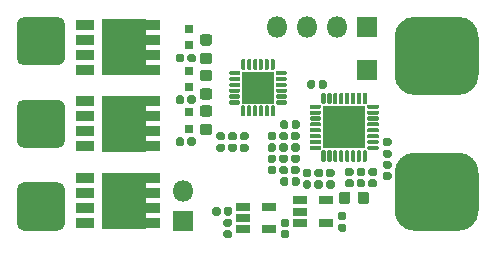
<source format=gbr>
%TF.GenerationSoftware,KiCad,Pcbnew,(5.1.6-0-10_14)*%
%TF.CreationDate,2021-03-14T15:43:45-04:00*%
%TF.ProjectId,F051_ESC,46303531-5f45-4534-932e-6b696361645f,rev?*%
%TF.SameCoordinates,Original*%
%TF.FileFunction,Soldermask,Bot*%
%TF.FilePolarity,Negative*%
%FSLAX46Y46*%
G04 Gerber Fmt 4.6, Leading zero omitted, Abs format (unit mm)*
G04 Created by KiCad (PCBNEW (5.1.6-0-10_14)) date 2021-03-14 15:43:45*
%MOMM*%
%LPD*%
G01*
G04 APERTURE LIST*
%ADD10O,1.801600X1.801600*%
%ADD11R,1.801600X1.801600*%
%ADD12R,1.161600X0.751600*%
%ADD13R,0.801600X0.701600*%
%ADD14R,3.851600X4.801600*%
%ADD15R,1.151600X0.951600*%
%ADD16R,1.551600X0.951600*%
%ADD17R,3.551600X3.551600*%
%ADD18R,2.801600X2.801600*%
G04 APERTURE END LIST*
D10*
%TO.C,J6*%
X234070000Y-85660000D03*
D11*
X234070000Y-88200000D03*
%TD*%
%TO.C,J1*%
G36*
G01*
X257400400Y-77550800D02*
X253599600Y-77550800D01*
G75*
G02*
X251949200Y-75900400I0J1650400D01*
G01*
X251949200Y-72599600D01*
G75*
G02*
X253599600Y-70949200I1650400J0D01*
G01*
X257400400Y-70949200D01*
G75*
G02*
X259050800Y-72599600I0J-1650400D01*
G01*
X259050800Y-75900400D01*
G75*
G02*
X257400400Y-77550800I-1650400J0D01*
G01*
G37*
G36*
G01*
X257400400Y-89050800D02*
X253599600Y-89050800D01*
G75*
G02*
X251949200Y-87400400I0J1650400D01*
G01*
X251949200Y-84099600D01*
G75*
G02*
X253599600Y-82449200I1650400J0D01*
G01*
X257400400Y-82449200D01*
G75*
G02*
X259050800Y-84099600I0J-1650400D01*
G01*
X259050800Y-87400400D01*
G75*
G02*
X257400400Y-89050800I-1650400J0D01*
G01*
G37*
%TD*%
%TO.C,R3*%
G36*
G01*
X237622100Y-88999200D02*
X238017900Y-88999200D01*
G75*
G02*
X238190800Y-89172100I0J-172900D01*
G01*
X238190800Y-89517900D01*
G75*
G02*
X238017900Y-89690800I-172900J0D01*
G01*
X237622100Y-89690800D01*
G75*
G02*
X237449200Y-89517900I0J172900D01*
G01*
X237449200Y-89172100D01*
G75*
G02*
X237622100Y-88999200I172900J0D01*
G01*
G37*
G36*
G01*
X237622100Y-88029200D02*
X238017900Y-88029200D01*
G75*
G02*
X238190800Y-88202100I0J-172900D01*
G01*
X238190800Y-88547900D01*
G75*
G02*
X238017900Y-88720800I-172900J0D01*
G01*
X237622100Y-88720800D01*
G75*
G02*
X237449200Y-88547900I0J172900D01*
G01*
X237449200Y-88202100D01*
G75*
G02*
X237622100Y-88029200I172900J0D01*
G01*
G37*
%TD*%
D12*
%TO.C,U7*%
X241340000Y-88940000D03*
X241340000Y-87040000D03*
X239140000Y-87040000D03*
X239140000Y-87990000D03*
X239140000Y-88940000D03*
%TD*%
%TO.C,C8*%
G36*
G01*
X237220800Y-87212100D02*
X237220800Y-87607900D01*
G75*
G02*
X237047900Y-87780800I-172900J0D01*
G01*
X236702100Y-87780800D01*
G75*
G02*
X236529200Y-87607900I0J172900D01*
G01*
X236529200Y-87212100D01*
G75*
G02*
X236702100Y-87039200I172900J0D01*
G01*
X237047900Y-87039200D01*
G75*
G02*
X237220800Y-87212100I0J-172900D01*
G01*
G37*
G36*
G01*
X238190800Y-87212100D02*
X238190800Y-87607900D01*
G75*
G02*
X238017900Y-87780800I-172900J0D01*
G01*
X237672100Y-87780800D01*
G75*
G02*
X237499200Y-87607900I0J172900D01*
G01*
X237499200Y-87212100D01*
G75*
G02*
X237672100Y-87039200I172900J0D01*
G01*
X238017900Y-87039200D01*
G75*
G02*
X238190800Y-87212100I0J-172900D01*
G01*
G37*
%TD*%
%TO.C,R2*%
G36*
G01*
X242462100Y-88999200D02*
X242857900Y-88999200D01*
G75*
G02*
X243030800Y-89172100I0J-172900D01*
G01*
X243030800Y-89517900D01*
G75*
G02*
X242857900Y-89690800I-172900J0D01*
G01*
X242462100Y-89690800D01*
G75*
G02*
X242289200Y-89517900I0J172900D01*
G01*
X242289200Y-89172100D01*
G75*
G02*
X242462100Y-88999200I172900J0D01*
G01*
G37*
G36*
G01*
X242462100Y-88029200D02*
X242857900Y-88029200D01*
G75*
G02*
X243030800Y-88202100I0J-172900D01*
G01*
X243030800Y-88547900D01*
G75*
G02*
X242857900Y-88720800I-172900J0D01*
G01*
X242462100Y-88720800D01*
G75*
G02*
X242289200Y-88547900I0J172900D01*
G01*
X242289200Y-88202100D01*
G75*
G02*
X242462100Y-88029200I172900J0D01*
G01*
G37*
%TD*%
%TO.C,C7*%
G36*
G01*
X247302100Y-88439200D02*
X247697900Y-88439200D01*
G75*
G02*
X247870800Y-88612100I0J-172900D01*
G01*
X247870800Y-88957900D01*
G75*
G02*
X247697900Y-89130800I-172900J0D01*
G01*
X247302100Y-89130800D01*
G75*
G02*
X247129200Y-88957900I0J172900D01*
G01*
X247129200Y-88612100D01*
G75*
G02*
X247302100Y-88439200I172900J0D01*
G01*
G37*
G36*
G01*
X247302100Y-87469200D02*
X247697900Y-87469200D01*
G75*
G02*
X247870800Y-87642100I0J-172900D01*
G01*
X247870800Y-87987900D01*
G75*
G02*
X247697900Y-88160800I-172900J0D01*
G01*
X247302100Y-88160800D01*
G75*
G02*
X247129200Y-87987900I0J172900D01*
G01*
X247129200Y-87642100D01*
G75*
G02*
X247302100Y-87469200I172900J0D01*
G01*
G37*
%TD*%
%TO.C,FB1*%
G36*
G01*
X248809200Y-86551650D02*
X248809200Y-85988350D01*
G75*
G02*
X249053350Y-85744200I244150J0D01*
G01*
X249541650Y-85744200D01*
G75*
G02*
X249785800Y-85988350I0J-244150D01*
G01*
X249785800Y-86551650D01*
G75*
G02*
X249541650Y-86795800I-244150J0D01*
G01*
X249053350Y-86795800D01*
G75*
G02*
X248809200Y-86551650I0J244150D01*
G01*
G37*
G36*
G01*
X247234200Y-86551650D02*
X247234200Y-85988350D01*
G75*
G02*
X247478350Y-85744200I244150J0D01*
G01*
X247966650Y-85744200D01*
G75*
G02*
X248210800Y-85988350I0J-244150D01*
G01*
X248210800Y-86551650D01*
G75*
G02*
X247966650Y-86795800I-244150J0D01*
G01*
X247478350Y-86795800D01*
G75*
G02*
X247234200Y-86551650I0J244150D01*
G01*
G37*
%TD*%
%TO.C,C6*%
G36*
G01*
X248902100Y-84699200D02*
X249297900Y-84699200D01*
G75*
G02*
X249470800Y-84872100I0J-172900D01*
G01*
X249470800Y-85217900D01*
G75*
G02*
X249297900Y-85390800I-172900J0D01*
G01*
X248902100Y-85390800D01*
G75*
G02*
X248729200Y-85217900I0J172900D01*
G01*
X248729200Y-84872100D01*
G75*
G02*
X248902100Y-84699200I172900J0D01*
G01*
G37*
G36*
G01*
X248902100Y-83729200D02*
X249297900Y-83729200D01*
G75*
G02*
X249470800Y-83902100I0J-172900D01*
G01*
X249470800Y-84247900D01*
G75*
G02*
X249297900Y-84420800I-172900J0D01*
G01*
X248902100Y-84420800D01*
G75*
G02*
X248729200Y-84247900I0J172900D01*
G01*
X248729200Y-83902100D01*
G75*
G02*
X248902100Y-83729200I172900J0D01*
G01*
G37*
%TD*%
%TO.C,U5*%
X246180000Y-88380000D03*
X246180000Y-86480000D03*
X243980000Y-86480000D03*
X243980000Y-87430000D03*
X243980000Y-88380000D03*
%TD*%
D11*
%TO.C,J5*%
X249610000Y-75440000D03*
%TD*%
D10*
%TO.C,J3*%
X241990000Y-71800000D03*
X244530000Y-71800000D03*
X247070000Y-71800000D03*
D11*
X249610000Y-71800000D03*
%TD*%
D13*
%TO.C,D4*%
X234500000Y-79040000D03*
X234500000Y-80440000D03*
%TD*%
%TO.C,D3*%
X234500000Y-71960000D03*
X234500000Y-73360000D03*
%TD*%
%TO.C,D2*%
X234500000Y-75500000D03*
X234500000Y-76900000D03*
%TD*%
%TO.C,J4*%
G36*
G01*
X223435560Y-75050800D02*
X220564440Y-75050800D01*
G75*
G02*
X219949200Y-74435560I0J615240D01*
G01*
X219949200Y-71564440D01*
G75*
G02*
X220564440Y-70949200I615240J0D01*
G01*
X223435560Y-70949200D01*
G75*
G02*
X224050800Y-71564440I0J-615240D01*
G01*
X224050800Y-74435560D01*
G75*
G02*
X223435560Y-75050800I-615240J0D01*
G01*
G37*
G36*
G01*
X223435560Y-82050800D02*
X220564440Y-82050800D01*
G75*
G02*
X219949200Y-81435560I0J615240D01*
G01*
X219949200Y-78564440D01*
G75*
G02*
X220564440Y-77949200I615240J0D01*
G01*
X223435560Y-77949200D01*
G75*
G02*
X224050800Y-78564440I0J-615240D01*
G01*
X224050800Y-81435560D01*
G75*
G02*
X223435560Y-82050800I-615240J0D01*
G01*
G37*
G36*
G01*
X223435560Y-89050800D02*
X220564440Y-89050800D01*
G75*
G02*
X219949200Y-88435560I0J615240D01*
G01*
X219949200Y-85564440D01*
G75*
G02*
X220564440Y-84949200I615240J0D01*
G01*
X223435560Y-84949200D01*
G75*
G02*
X224050800Y-85564440I0J-615240D01*
G01*
X224050800Y-88435560D01*
G75*
G02*
X223435560Y-89050800I-615240J0D01*
G01*
G37*
%TD*%
%TO.C,C12*%
G36*
G01*
X235698350Y-76989200D02*
X236261650Y-76989200D01*
G75*
G02*
X236505800Y-77233350I0J-244150D01*
G01*
X236505800Y-77721650D01*
G75*
G02*
X236261650Y-77965800I-244150J0D01*
G01*
X235698350Y-77965800D01*
G75*
G02*
X235454200Y-77721650I0J244150D01*
G01*
X235454200Y-77233350D01*
G75*
G02*
X235698350Y-76989200I244150J0D01*
G01*
G37*
G36*
G01*
X235698350Y-75414200D02*
X236261650Y-75414200D01*
G75*
G02*
X236505800Y-75658350I0J-244150D01*
G01*
X236505800Y-76146650D01*
G75*
G02*
X236261650Y-76390800I-244150J0D01*
G01*
X235698350Y-76390800D01*
G75*
G02*
X235454200Y-76146650I0J244150D01*
G01*
X235454200Y-75658350D01*
G75*
G02*
X235698350Y-75414200I244150J0D01*
G01*
G37*
%TD*%
%TO.C,C11*%
G36*
G01*
X242940800Y-79872100D02*
X242940800Y-80267900D01*
G75*
G02*
X242767900Y-80440800I-172900J0D01*
G01*
X242422100Y-80440800D01*
G75*
G02*
X242249200Y-80267900I0J172900D01*
G01*
X242249200Y-79872100D01*
G75*
G02*
X242422100Y-79699200I172900J0D01*
G01*
X242767900Y-79699200D01*
G75*
G02*
X242940800Y-79872100I0J-172900D01*
G01*
G37*
G36*
G01*
X243910800Y-79872100D02*
X243910800Y-80267900D01*
G75*
G02*
X243737900Y-80440800I-172900J0D01*
G01*
X243392100Y-80440800D01*
G75*
G02*
X243219200Y-80267900I0J172900D01*
G01*
X243219200Y-79872100D01*
G75*
G02*
X243392100Y-79699200I172900J0D01*
G01*
X243737900Y-79699200D01*
G75*
G02*
X243910800Y-79872100I0J-172900D01*
G01*
G37*
%TD*%
%TO.C,R15*%
G36*
G01*
X242352100Y-83569200D02*
X242747900Y-83569200D01*
G75*
G02*
X242920800Y-83742100I0J-172900D01*
G01*
X242920800Y-84087900D01*
G75*
G02*
X242747900Y-84260800I-172900J0D01*
G01*
X242352100Y-84260800D01*
G75*
G02*
X242179200Y-84087900I0J172900D01*
G01*
X242179200Y-83742100D01*
G75*
G02*
X242352100Y-83569200I172900J0D01*
G01*
G37*
G36*
G01*
X242352100Y-82599200D02*
X242747900Y-82599200D01*
G75*
G02*
X242920800Y-82772100I0J-172900D01*
G01*
X242920800Y-83117900D01*
G75*
G02*
X242747900Y-83290800I-172900J0D01*
G01*
X242352100Y-83290800D01*
G75*
G02*
X242179200Y-83117900I0J172900D01*
G01*
X242179200Y-82772100D01*
G75*
G02*
X242352100Y-82599200I172900J0D01*
G01*
G37*
%TD*%
D14*
%TO.C,Q5*%
X229050000Y-73500000D03*
D15*
X231450000Y-75405000D03*
X231450000Y-74135000D03*
X231450000Y-72865000D03*
X231450000Y-71595000D03*
D16*
X225750000Y-71595000D03*
X225750000Y-72865000D03*
X225750000Y-74135000D03*
X225750000Y-75405000D03*
%TD*%
D14*
%TO.C,Q3*%
X229050000Y-80000000D03*
D15*
X231450000Y-81905000D03*
X231450000Y-80635000D03*
X231450000Y-79365000D03*
X231450000Y-78095000D03*
D16*
X225750000Y-78095000D03*
X225750000Y-79365000D03*
X225750000Y-80635000D03*
X225750000Y-81905000D03*
%TD*%
D14*
%TO.C,Q1*%
X229050000Y-86500000D03*
D15*
X231450000Y-88405000D03*
X231450000Y-87135000D03*
X231450000Y-85865000D03*
X231450000Y-84595000D03*
D16*
X225750000Y-84595000D03*
X225750000Y-85865000D03*
X225750000Y-87135000D03*
X225750000Y-88405000D03*
%TD*%
%TO.C,C1*%
G36*
G01*
X251122100Y-84089200D02*
X251517900Y-84089200D01*
G75*
G02*
X251690800Y-84262100I0J-172900D01*
G01*
X251690800Y-84607900D01*
G75*
G02*
X251517900Y-84780800I-172900J0D01*
G01*
X251122100Y-84780800D01*
G75*
G02*
X250949200Y-84607900I0J172900D01*
G01*
X250949200Y-84262100D01*
G75*
G02*
X251122100Y-84089200I172900J0D01*
G01*
G37*
G36*
G01*
X251122100Y-83119200D02*
X251517900Y-83119200D01*
G75*
G02*
X251690800Y-83292100I0J-172900D01*
G01*
X251690800Y-83637900D01*
G75*
G02*
X251517900Y-83810800I-172900J0D01*
G01*
X251122100Y-83810800D01*
G75*
G02*
X250949200Y-83637900I0J172900D01*
G01*
X250949200Y-83292100D01*
G75*
G02*
X251122100Y-83119200I172900J0D01*
G01*
G37*
%TD*%
%TO.C,R24*%
G36*
G01*
X242940800Y-84682100D02*
X242940800Y-85077900D01*
G75*
G02*
X242767900Y-85250800I-172900J0D01*
G01*
X242422100Y-85250800D01*
G75*
G02*
X242249200Y-85077900I0J172900D01*
G01*
X242249200Y-84682100D01*
G75*
G02*
X242422100Y-84509200I172900J0D01*
G01*
X242767900Y-84509200D01*
G75*
G02*
X242940800Y-84682100I0J-172900D01*
G01*
G37*
G36*
G01*
X243910800Y-84682100D02*
X243910800Y-85077900D01*
G75*
G02*
X243737900Y-85250800I-172900J0D01*
G01*
X243392100Y-85250800D01*
G75*
G02*
X243219200Y-85077900I0J172900D01*
G01*
X243219200Y-84682100D01*
G75*
G02*
X243392100Y-84509200I172900J0D01*
G01*
X243737900Y-84509200D01*
G75*
G02*
X243910800Y-84682100I0J-172900D01*
G01*
G37*
%TD*%
%TO.C,R23*%
G36*
G01*
X251122100Y-82179200D02*
X251517900Y-82179200D01*
G75*
G02*
X251690800Y-82352100I0J-172900D01*
G01*
X251690800Y-82697900D01*
G75*
G02*
X251517900Y-82870800I-172900J0D01*
G01*
X251122100Y-82870800D01*
G75*
G02*
X250949200Y-82697900I0J172900D01*
G01*
X250949200Y-82352100D01*
G75*
G02*
X251122100Y-82179200I172900J0D01*
G01*
G37*
G36*
G01*
X251122100Y-81209200D02*
X251517900Y-81209200D01*
G75*
G02*
X251690800Y-81382100I0J-172900D01*
G01*
X251690800Y-81727900D01*
G75*
G02*
X251517900Y-81900800I-172900J0D01*
G01*
X251122100Y-81900800D01*
G75*
G02*
X250949200Y-81727900I0J172900D01*
G01*
X250949200Y-81382100D01*
G75*
G02*
X251122100Y-81209200I172900J0D01*
G01*
G37*
%TD*%
%TO.C,R21*%
G36*
G01*
X244332100Y-84789200D02*
X244727900Y-84789200D01*
G75*
G02*
X244900800Y-84962100I0J-172900D01*
G01*
X244900800Y-85307900D01*
G75*
G02*
X244727900Y-85480800I-172900J0D01*
G01*
X244332100Y-85480800D01*
G75*
G02*
X244159200Y-85307900I0J172900D01*
G01*
X244159200Y-84962100D01*
G75*
G02*
X244332100Y-84789200I172900J0D01*
G01*
G37*
G36*
G01*
X244332100Y-83819200D02*
X244727900Y-83819200D01*
G75*
G02*
X244900800Y-83992100I0J-172900D01*
G01*
X244900800Y-84337900D01*
G75*
G02*
X244727900Y-84510800I-172900J0D01*
G01*
X244332100Y-84510800D01*
G75*
G02*
X244159200Y-84337900I0J172900D01*
G01*
X244159200Y-83992100D01*
G75*
G02*
X244332100Y-83819200I172900J0D01*
G01*
G37*
%TD*%
%TO.C,R20*%
G36*
G01*
X243737900Y-83290800D02*
X243342100Y-83290800D01*
G75*
G02*
X243169200Y-83117900I0J172900D01*
G01*
X243169200Y-82772100D01*
G75*
G02*
X243342100Y-82599200I172900J0D01*
G01*
X243737900Y-82599200D01*
G75*
G02*
X243910800Y-82772100I0J-172900D01*
G01*
X243910800Y-83117900D01*
G75*
G02*
X243737900Y-83290800I-172900J0D01*
G01*
G37*
G36*
G01*
X243737900Y-84260800D02*
X243342100Y-84260800D01*
G75*
G02*
X243169200Y-84087900I0J172900D01*
G01*
X243169200Y-83742100D01*
G75*
G02*
X243342100Y-83569200I172900J0D01*
G01*
X243737900Y-83569200D01*
G75*
G02*
X243910800Y-83742100I0J-172900D01*
G01*
X243910800Y-84087900D01*
G75*
G02*
X243737900Y-84260800I-172900J0D01*
G01*
G37*
%TD*%
%TO.C,R19*%
G36*
G01*
X246707900Y-84510800D02*
X246312100Y-84510800D01*
G75*
G02*
X246139200Y-84337900I0J172900D01*
G01*
X246139200Y-83992100D01*
G75*
G02*
X246312100Y-83819200I172900J0D01*
G01*
X246707900Y-83819200D01*
G75*
G02*
X246880800Y-83992100I0J-172900D01*
G01*
X246880800Y-84337900D01*
G75*
G02*
X246707900Y-84510800I-172900J0D01*
G01*
G37*
G36*
G01*
X246707900Y-85480800D02*
X246312100Y-85480800D01*
G75*
G02*
X246139200Y-85307900I0J172900D01*
G01*
X246139200Y-84962100D01*
G75*
G02*
X246312100Y-84789200I172900J0D01*
G01*
X246707900Y-84789200D01*
G75*
G02*
X246880800Y-84962100I0J-172900D01*
G01*
X246880800Y-85307900D01*
G75*
G02*
X246707900Y-85480800I-172900J0D01*
G01*
G37*
%TD*%
%TO.C,R18*%
G36*
G01*
X245717900Y-84510800D02*
X245322100Y-84510800D01*
G75*
G02*
X245149200Y-84337900I0J172900D01*
G01*
X245149200Y-83992100D01*
G75*
G02*
X245322100Y-83819200I172900J0D01*
G01*
X245717900Y-83819200D01*
G75*
G02*
X245890800Y-83992100I0J-172900D01*
G01*
X245890800Y-84337900D01*
G75*
G02*
X245717900Y-84510800I-172900J0D01*
G01*
G37*
G36*
G01*
X245717900Y-85480800D02*
X245322100Y-85480800D01*
G75*
G02*
X245149200Y-85307900I0J172900D01*
G01*
X245149200Y-84962100D01*
G75*
G02*
X245322100Y-84789200I172900J0D01*
G01*
X245717900Y-84789200D01*
G75*
G02*
X245890800Y-84962100I0J-172900D01*
G01*
X245890800Y-85307900D01*
G75*
G02*
X245717900Y-85480800I-172900J0D01*
G01*
G37*
%TD*%
%TO.C,R17*%
G36*
G01*
X241362100Y-83569200D02*
X241757900Y-83569200D01*
G75*
G02*
X241930800Y-83742100I0J-172900D01*
G01*
X241930800Y-84087900D01*
G75*
G02*
X241757900Y-84260800I-172900J0D01*
G01*
X241362100Y-84260800D01*
G75*
G02*
X241189200Y-84087900I0J172900D01*
G01*
X241189200Y-83742100D01*
G75*
G02*
X241362100Y-83569200I172900J0D01*
G01*
G37*
G36*
G01*
X241362100Y-82599200D02*
X241757900Y-82599200D01*
G75*
G02*
X241930800Y-82772100I0J-172900D01*
G01*
X241930800Y-83117900D01*
G75*
G02*
X241757900Y-83290800I-172900J0D01*
G01*
X241362100Y-83290800D01*
G75*
G02*
X241189200Y-83117900I0J172900D01*
G01*
X241189200Y-82772100D01*
G75*
G02*
X241362100Y-82599200I172900J0D01*
G01*
G37*
%TD*%
%TO.C,R16*%
G36*
G01*
X243342100Y-81659200D02*
X243737900Y-81659200D01*
G75*
G02*
X243910800Y-81832100I0J-172900D01*
G01*
X243910800Y-82177900D01*
G75*
G02*
X243737900Y-82350800I-172900J0D01*
G01*
X243342100Y-82350800D01*
G75*
G02*
X243169200Y-82177900I0J172900D01*
G01*
X243169200Y-81832100D01*
G75*
G02*
X243342100Y-81659200I172900J0D01*
G01*
G37*
G36*
G01*
X243342100Y-80689200D02*
X243737900Y-80689200D01*
G75*
G02*
X243910800Y-80862100I0J-172900D01*
G01*
X243910800Y-81207900D01*
G75*
G02*
X243737900Y-81380800I-172900J0D01*
G01*
X243342100Y-81380800D01*
G75*
G02*
X243169200Y-81207900I0J172900D01*
G01*
X243169200Y-80862100D01*
G75*
G02*
X243342100Y-80689200I172900J0D01*
G01*
G37*
%TD*%
%TO.C,R14*%
G36*
G01*
X241757900Y-81380800D02*
X241362100Y-81380800D01*
G75*
G02*
X241189200Y-81207900I0J172900D01*
G01*
X241189200Y-80862100D01*
G75*
G02*
X241362100Y-80689200I172900J0D01*
G01*
X241757900Y-80689200D01*
G75*
G02*
X241930800Y-80862100I0J-172900D01*
G01*
X241930800Y-81207900D01*
G75*
G02*
X241757900Y-81380800I-172900J0D01*
G01*
G37*
G36*
G01*
X241757900Y-82350800D02*
X241362100Y-82350800D01*
G75*
G02*
X241189200Y-82177900I0J172900D01*
G01*
X241189200Y-81832100D01*
G75*
G02*
X241362100Y-81659200I172900J0D01*
G01*
X241757900Y-81659200D01*
G75*
G02*
X241930800Y-81832100I0J-172900D01*
G01*
X241930800Y-82177900D01*
G75*
G02*
X241757900Y-82350800I-172900J0D01*
G01*
G37*
%TD*%
%TO.C,R13*%
G36*
G01*
X242747900Y-81380800D02*
X242352100Y-81380800D01*
G75*
G02*
X242179200Y-81207900I0J172900D01*
G01*
X242179200Y-80862100D01*
G75*
G02*
X242352100Y-80689200I172900J0D01*
G01*
X242747900Y-80689200D01*
G75*
G02*
X242920800Y-80862100I0J-172900D01*
G01*
X242920800Y-81207900D01*
G75*
G02*
X242747900Y-81380800I-172900J0D01*
G01*
G37*
G36*
G01*
X242747900Y-82350800D02*
X242352100Y-82350800D01*
G75*
G02*
X242179200Y-82177900I0J172900D01*
G01*
X242179200Y-81832100D01*
G75*
G02*
X242352100Y-81659200I172900J0D01*
G01*
X242747900Y-81659200D01*
G75*
G02*
X242920800Y-81832100I0J-172900D01*
G01*
X242920800Y-82177900D01*
G75*
G02*
X242747900Y-82350800I-172900J0D01*
G01*
G37*
%TD*%
%TO.C,R12*%
G36*
G01*
X239407900Y-81400800D02*
X239012100Y-81400800D01*
G75*
G02*
X238839200Y-81227900I0J172900D01*
G01*
X238839200Y-80882100D01*
G75*
G02*
X239012100Y-80709200I172900J0D01*
G01*
X239407900Y-80709200D01*
G75*
G02*
X239580800Y-80882100I0J-172900D01*
G01*
X239580800Y-81227900D01*
G75*
G02*
X239407900Y-81400800I-172900J0D01*
G01*
G37*
G36*
G01*
X239407900Y-82370800D02*
X239012100Y-82370800D01*
G75*
G02*
X238839200Y-82197900I0J172900D01*
G01*
X238839200Y-81852100D01*
G75*
G02*
X239012100Y-81679200I172900J0D01*
G01*
X239407900Y-81679200D01*
G75*
G02*
X239580800Y-81852100I0J-172900D01*
G01*
X239580800Y-82197900D01*
G75*
G02*
X239407900Y-82370800I-172900J0D01*
G01*
G37*
%TD*%
%TO.C,R11*%
G36*
G01*
X234409200Y-81707900D02*
X234409200Y-81312100D01*
G75*
G02*
X234582100Y-81139200I172900J0D01*
G01*
X234927900Y-81139200D01*
G75*
G02*
X235100800Y-81312100I0J-172900D01*
G01*
X235100800Y-81707900D01*
G75*
G02*
X234927900Y-81880800I-172900J0D01*
G01*
X234582100Y-81880800D01*
G75*
G02*
X234409200Y-81707900I0J172900D01*
G01*
G37*
G36*
G01*
X233439200Y-81707900D02*
X233439200Y-81312100D01*
G75*
G02*
X233612100Y-81139200I172900J0D01*
G01*
X233957900Y-81139200D01*
G75*
G02*
X234130800Y-81312100I0J-172900D01*
G01*
X234130800Y-81707900D01*
G75*
G02*
X233957900Y-81880800I-172900J0D01*
G01*
X233612100Y-81880800D01*
G75*
G02*
X233439200Y-81707900I0J172900D01*
G01*
G37*
%TD*%
%TO.C,R10*%
G36*
G01*
X238417900Y-81400800D02*
X238022100Y-81400800D01*
G75*
G02*
X237849200Y-81227900I0J172900D01*
G01*
X237849200Y-80882100D01*
G75*
G02*
X238022100Y-80709200I172900J0D01*
G01*
X238417900Y-80709200D01*
G75*
G02*
X238590800Y-80882100I0J-172900D01*
G01*
X238590800Y-81227900D01*
G75*
G02*
X238417900Y-81400800I-172900J0D01*
G01*
G37*
G36*
G01*
X238417900Y-82370800D02*
X238022100Y-82370800D01*
G75*
G02*
X237849200Y-82197900I0J172900D01*
G01*
X237849200Y-81852100D01*
G75*
G02*
X238022100Y-81679200I172900J0D01*
G01*
X238417900Y-81679200D01*
G75*
G02*
X238590800Y-81852100I0J-172900D01*
G01*
X238590800Y-82197900D01*
G75*
G02*
X238417900Y-82370800I-172900J0D01*
G01*
G37*
%TD*%
%TO.C,R9*%
G36*
G01*
X234409200Y-78167900D02*
X234409200Y-77772100D01*
G75*
G02*
X234582100Y-77599200I172900J0D01*
G01*
X234927900Y-77599200D01*
G75*
G02*
X235100800Y-77772100I0J-172900D01*
G01*
X235100800Y-78167900D01*
G75*
G02*
X234927900Y-78340800I-172900J0D01*
G01*
X234582100Y-78340800D01*
G75*
G02*
X234409200Y-78167900I0J172900D01*
G01*
G37*
G36*
G01*
X233439200Y-78167900D02*
X233439200Y-77772100D01*
G75*
G02*
X233612100Y-77599200I172900J0D01*
G01*
X233957900Y-77599200D01*
G75*
G02*
X234130800Y-77772100I0J-172900D01*
G01*
X234130800Y-78167900D01*
G75*
G02*
X233957900Y-78340800I-172900J0D01*
G01*
X233612100Y-78340800D01*
G75*
G02*
X233439200Y-78167900I0J172900D01*
G01*
G37*
%TD*%
%TO.C,R8*%
G36*
G01*
X237427900Y-81400800D02*
X237032100Y-81400800D01*
G75*
G02*
X236859200Y-81227900I0J172900D01*
G01*
X236859200Y-80882100D01*
G75*
G02*
X237032100Y-80709200I172900J0D01*
G01*
X237427900Y-80709200D01*
G75*
G02*
X237600800Y-80882100I0J-172900D01*
G01*
X237600800Y-81227900D01*
G75*
G02*
X237427900Y-81400800I-172900J0D01*
G01*
G37*
G36*
G01*
X237427900Y-82370800D02*
X237032100Y-82370800D01*
G75*
G02*
X236859200Y-82197900I0J172900D01*
G01*
X236859200Y-81852100D01*
G75*
G02*
X237032100Y-81679200I172900J0D01*
G01*
X237427900Y-81679200D01*
G75*
G02*
X237600800Y-81852100I0J-172900D01*
G01*
X237600800Y-82197900D01*
G75*
G02*
X237427900Y-82370800I-172900J0D01*
G01*
G37*
%TD*%
%TO.C,R7*%
G36*
G01*
X234409200Y-74627900D02*
X234409200Y-74232100D01*
G75*
G02*
X234582100Y-74059200I172900J0D01*
G01*
X234927900Y-74059200D01*
G75*
G02*
X235100800Y-74232100I0J-172900D01*
G01*
X235100800Y-74627900D01*
G75*
G02*
X234927900Y-74800800I-172900J0D01*
G01*
X234582100Y-74800800D01*
G75*
G02*
X234409200Y-74627900I0J172900D01*
G01*
G37*
G36*
G01*
X233439200Y-74627900D02*
X233439200Y-74232100D01*
G75*
G02*
X233612100Y-74059200I172900J0D01*
G01*
X233957900Y-74059200D01*
G75*
G02*
X234130800Y-74232100I0J-172900D01*
G01*
X234130800Y-74627900D01*
G75*
G02*
X233957900Y-74800800I-172900J0D01*
G01*
X233612100Y-74800800D01*
G75*
G02*
X233439200Y-74627900I0J172900D01*
G01*
G37*
%TD*%
%TO.C,C15*%
G36*
G01*
X249892100Y-84699200D02*
X250287900Y-84699200D01*
G75*
G02*
X250460800Y-84872100I0J-172900D01*
G01*
X250460800Y-85217900D01*
G75*
G02*
X250287900Y-85390800I-172900J0D01*
G01*
X249892100Y-85390800D01*
G75*
G02*
X249719200Y-85217900I0J172900D01*
G01*
X249719200Y-84872100D01*
G75*
G02*
X249892100Y-84699200I172900J0D01*
G01*
G37*
G36*
G01*
X249892100Y-83729200D02*
X250287900Y-83729200D01*
G75*
G02*
X250460800Y-83902100I0J-172900D01*
G01*
X250460800Y-84247900D01*
G75*
G02*
X250287900Y-84420800I-172900J0D01*
G01*
X249892100Y-84420800D01*
G75*
G02*
X249719200Y-84247900I0J172900D01*
G01*
X249719200Y-83902100D01*
G75*
G02*
X249892100Y-83729200I172900J0D01*
G01*
G37*
%TD*%
%TO.C,C14*%
G36*
G01*
X235698350Y-79999200D02*
X236261650Y-79999200D01*
G75*
G02*
X236505800Y-80243350I0J-244150D01*
G01*
X236505800Y-80731650D01*
G75*
G02*
X236261650Y-80975800I-244150J0D01*
G01*
X235698350Y-80975800D01*
G75*
G02*
X235454200Y-80731650I0J244150D01*
G01*
X235454200Y-80243350D01*
G75*
G02*
X235698350Y-79999200I244150J0D01*
G01*
G37*
G36*
G01*
X235698350Y-78424200D02*
X236261650Y-78424200D01*
G75*
G02*
X236505800Y-78668350I0J-244150D01*
G01*
X236505800Y-79156650D01*
G75*
G02*
X236261650Y-79400800I-244150J0D01*
G01*
X235698350Y-79400800D01*
G75*
G02*
X235454200Y-79156650I0J244150D01*
G01*
X235454200Y-78668350D01*
G75*
G02*
X235698350Y-78424200I244150J0D01*
G01*
G37*
%TD*%
%TO.C,C13*%
G36*
G01*
X235698350Y-73979200D02*
X236261650Y-73979200D01*
G75*
G02*
X236505800Y-74223350I0J-244150D01*
G01*
X236505800Y-74711650D01*
G75*
G02*
X236261650Y-74955800I-244150J0D01*
G01*
X235698350Y-74955800D01*
G75*
G02*
X235454200Y-74711650I0J244150D01*
G01*
X235454200Y-74223350D01*
G75*
G02*
X235698350Y-73979200I244150J0D01*
G01*
G37*
G36*
G01*
X235698350Y-72404200D02*
X236261650Y-72404200D01*
G75*
G02*
X236505800Y-72648350I0J-244150D01*
G01*
X236505800Y-73136650D01*
G75*
G02*
X236261650Y-73380800I-244150J0D01*
G01*
X235698350Y-73380800D01*
G75*
G02*
X235454200Y-73136650I0J244150D01*
G01*
X235454200Y-72648350D01*
G75*
G02*
X235698350Y-72404200I244150J0D01*
G01*
G37*
%TD*%
%TO.C,C3*%
G36*
G01*
X247912100Y-84699200D02*
X248307900Y-84699200D01*
G75*
G02*
X248480800Y-84872100I0J-172900D01*
G01*
X248480800Y-85217900D01*
G75*
G02*
X248307900Y-85390800I-172900J0D01*
G01*
X247912100Y-85390800D01*
G75*
G02*
X247739200Y-85217900I0J172900D01*
G01*
X247739200Y-84872100D01*
G75*
G02*
X247912100Y-84699200I172900J0D01*
G01*
G37*
G36*
G01*
X247912100Y-83729200D02*
X248307900Y-83729200D01*
G75*
G02*
X248480800Y-83902100I0J-172900D01*
G01*
X248480800Y-84247900D01*
G75*
G02*
X248307900Y-84420800I-172900J0D01*
G01*
X247912100Y-84420800D01*
G75*
G02*
X247739200Y-84247900I0J172900D01*
G01*
X247739200Y-83902100D01*
G75*
G02*
X247912100Y-83729200I172900J0D01*
G01*
G37*
%TD*%
%TO.C,C2*%
G36*
G01*
X245230800Y-76462100D02*
X245230800Y-76857900D01*
G75*
G02*
X245057900Y-77030800I-172900J0D01*
G01*
X244712100Y-77030800D01*
G75*
G02*
X244539200Y-76857900I0J172900D01*
G01*
X244539200Y-76462100D01*
G75*
G02*
X244712100Y-76289200I172900J0D01*
G01*
X245057900Y-76289200D01*
G75*
G02*
X245230800Y-76462100I0J-172900D01*
G01*
G37*
G36*
G01*
X246200800Y-76462100D02*
X246200800Y-76857900D01*
G75*
G02*
X246027900Y-77030800I-172900J0D01*
G01*
X245682100Y-77030800D01*
G75*
G02*
X245509200Y-76857900I0J172900D01*
G01*
X245509200Y-76462100D01*
G75*
G02*
X245682100Y-76289200I172900J0D01*
G01*
X246027900Y-76289200D01*
G75*
G02*
X246200800Y-76462100I0J-172900D01*
G01*
G37*
%TD*%
%TO.C,U2*%
G36*
G01*
X249517900Y-83225800D02*
X249342100Y-83225800D01*
G75*
G02*
X249254200Y-83137900I0J87900D01*
G01*
X249254200Y-82337100D01*
G75*
G02*
X249342100Y-82249200I87900J0D01*
G01*
X249517900Y-82249200D01*
G75*
G02*
X249605800Y-82337100I0J-87900D01*
G01*
X249605800Y-83137900D01*
G75*
G02*
X249517900Y-83225800I-87900J0D01*
G01*
G37*
G36*
G01*
X249017900Y-83225800D02*
X248842100Y-83225800D01*
G75*
G02*
X248754200Y-83137900I0J87900D01*
G01*
X248754200Y-82337100D01*
G75*
G02*
X248842100Y-82249200I87900J0D01*
G01*
X249017900Y-82249200D01*
G75*
G02*
X249105800Y-82337100I0J-87900D01*
G01*
X249105800Y-83137900D01*
G75*
G02*
X249017900Y-83225800I-87900J0D01*
G01*
G37*
G36*
G01*
X248517900Y-83225800D02*
X248342100Y-83225800D01*
G75*
G02*
X248254200Y-83137900I0J87900D01*
G01*
X248254200Y-82337100D01*
G75*
G02*
X248342100Y-82249200I87900J0D01*
G01*
X248517900Y-82249200D01*
G75*
G02*
X248605800Y-82337100I0J-87900D01*
G01*
X248605800Y-83137900D01*
G75*
G02*
X248517900Y-83225800I-87900J0D01*
G01*
G37*
G36*
G01*
X248017900Y-83225800D02*
X247842100Y-83225800D01*
G75*
G02*
X247754200Y-83137900I0J87900D01*
G01*
X247754200Y-82337100D01*
G75*
G02*
X247842100Y-82249200I87900J0D01*
G01*
X248017900Y-82249200D01*
G75*
G02*
X248105800Y-82337100I0J-87900D01*
G01*
X248105800Y-83137900D01*
G75*
G02*
X248017900Y-83225800I-87900J0D01*
G01*
G37*
G36*
G01*
X247517900Y-83225800D02*
X247342100Y-83225800D01*
G75*
G02*
X247254200Y-83137900I0J87900D01*
G01*
X247254200Y-82337100D01*
G75*
G02*
X247342100Y-82249200I87900J0D01*
G01*
X247517900Y-82249200D01*
G75*
G02*
X247605800Y-82337100I0J-87900D01*
G01*
X247605800Y-83137900D01*
G75*
G02*
X247517900Y-83225800I-87900J0D01*
G01*
G37*
G36*
G01*
X247017900Y-83225800D02*
X246842100Y-83225800D01*
G75*
G02*
X246754200Y-83137900I0J87900D01*
G01*
X246754200Y-82337100D01*
G75*
G02*
X246842100Y-82249200I87900J0D01*
G01*
X247017900Y-82249200D01*
G75*
G02*
X247105800Y-82337100I0J-87900D01*
G01*
X247105800Y-83137900D01*
G75*
G02*
X247017900Y-83225800I-87900J0D01*
G01*
G37*
G36*
G01*
X246517900Y-83225800D02*
X246342100Y-83225800D01*
G75*
G02*
X246254200Y-83137900I0J87900D01*
G01*
X246254200Y-82337100D01*
G75*
G02*
X246342100Y-82249200I87900J0D01*
G01*
X246517900Y-82249200D01*
G75*
G02*
X246605800Y-82337100I0J-87900D01*
G01*
X246605800Y-83137900D01*
G75*
G02*
X246517900Y-83225800I-87900J0D01*
G01*
G37*
G36*
G01*
X246017900Y-83225800D02*
X245842100Y-83225800D01*
G75*
G02*
X245754200Y-83137900I0J87900D01*
G01*
X245754200Y-82337100D01*
G75*
G02*
X245842100Y-82249200I87900J0D01*
G01*
X246017900Y-82249200D01*
G75*
G02*
X246105800Y-82337100I0J-87900D01*
G01*
X246105800Y-83137900D01*
G75*
G02*
X246017900Y-83225800I-87900J0D01*
G01*
G37*
G36*
G01*
X245642900Y-82225800D02*
X244842100Y-82225800D01*
G75*
G02*
X244754200Y-82137900I0J87900D01*
G01*
X244754200Y-81962100D01*
G75*
G02*
X244842100Y-81874200I87900J0D01*
G01*
X245642900Y-81874200D01*
G75*
G02*
X245730800Y-81962100I0J-87900D01*
G01*
X245730800Y-82137900D01*
G75*
G02*
X245642900Y-82225800I-87900J0D01*
G01*
G37*
G36*
G01*
X245642900Y-81725800D02*
X244842100Y-81725800D01*
G75*
G02*
X244754200Y-81637900I0J87900D01*
G01*
X244754200Y-81462100D01*
G75*
G02*
X244842100Y-81374200I87900J0D01*
G01*
X245642900Y-81374200D01*
G75*
G02*
X245730800Y-81462100I0J-87900D01*
G01*
X245730800Y-81637900D01*
G75*
G02*
X245642900Y-81725800I-87900J0D01*
G01*
G37*
G36*
G01*
X245642900Y-81225800D02*
X244842100Y-81225800D01*
G75*
G02*
X244754200Y-81137900I0J87900D01*
G01*
X244754200Y-80962100D01*
G75*
G02*
X244842100Y-80874200I87900J0D01*
G01*
X245642900Y-80874200D01*
G75*
G02*
X245730800Y-80962100I0J-87900D01*
G01*
X245730800Y-81137900D01*
G75*
G02*
X245642900Y-81225800I-87900J0D01*
G01*
G37*
G36*
G01*
X245642900Y-80725800D02*
X244842100Y-80725800D01*
G75*
G02*
X244754200Y-80637900I0J87900D01*
G01*
X244754200Y-80462100D01*
G75*
G02*
X244842100Y-80374200I87900J0D01*
G01*
X245642900Y-80374200D01*
G75*
G02*
X245730800Y-80462100I0J-87900D01*
G01*
X245730800Y-80637900D01*
G75*
G02*
X245642900Y-80725800I-87900J0D01*
G01*
G37*
G36*
G01*
X245642900Y-80225800D02*
X244842100Y-80225800D01*
G75*
G02*
X244754200Y-80137900I0J87900D01*
G01*
X244754200Y-79962100D01*
G75*
G02*
X244842100Y-79874200I87900J0D01*
G01*
X245642900Y-79874200D01*
G75*
G02*
X245730800Y-79962100I0J-87900D01*
G01*
X245730800Y-80137900D01*
G75*
G02*
X245642900Y-80225800I-87900J0D01*
G01*
G37*
G36*
G01*
X245642900Y-79725800D02*
X244842100Y-79725800D01*
G75*
G02*
X244754200Y-79637900I0J87900D01*
G01*
X244754200Y-79462100D01*
G75*
G02*
X244842100Y-79374200I87900J0D01*
G01*
X245642900Y-79374200D01*
G75*
G02*
X245730800Y-79462100I0J-87900D01*
G01*
X245730800Y-79637900D01*
G75*
G02*
X245642900Y-79725800I-87900J0D01*
G01*
G37*
G36*
G01*
X245642900Y-79225800D02*
X244842100Y-79225800D01*
G75*
G02*
X244754200Y-79137900I0J87900D01*
G01*
X244754200Y-78962100D01*
G75*
G02*
X244842100Y-78874200I87900J0D01*
G01*
X245642900Y-78874200D01*
G75*
G02*
X245730800Y-78962100I0J-87900D01*
G01*
X245730800Y-79137900D01*
G75*
G02*
X245642900Y-79225800I-87900J0D01*
G01*
G37*
G36*
G01*
X245642900Y-78725800D02*
X244842100Y-78725800D01*
G75*
G02*
X244754200Y-78637900I0J87900D01*
G01*
X244754200Y-78462100D01*
G75*
G02*
X244842100Y-78374200I87900J0D01*
G01*
X245642900Y-78374200D01*
G75*
G02*
X245730800Y-78462100I0J-87900D01*
G01*
X245730800Y-78637900D01*
G75*
G02*
X245642900Y-78725800I-87900J0D01*
G01*
G37*
G36*
G01*
X246017900Y-78350800D02*
X245842100Y-78350800D01*
G75*
G02*
X245754200Y-78262900I0J87900D01*
G01*
X245754200Y-77462100D01*
G75*
G02*
X245842100Y-77374200I87900J0D01*
G01*
X246017900Y-77374200D01*
G75*
G02*
X246105800Y-77462100I0J-87900D01*
G01*
X246105800Y-78262900D01*
G75*
G02*
X246017900Y-78350800I-87900J0D01*
G01*
G37*
G36*
G01*
X246517900Y-78350800D02*
X246342100Y-78350800D01*
G75*
G02*
X246254200Y-78262900I0J87900D01*
G01*
X246254200Y-77462100D01*
G75*
G02*
X246342100Y-77374200I87900J0D01*
G01*
X246517900Y-77374200D01*
G75*
G02*
X246605800Y-77462100I0J-87900D01*
G01*
X246605800Y-78262900D01*
G75*
G02*
X246517900Y-78350800I-87900J0D01*
G01*
G37*
G36*
G01*
X247017900Y-78350800D02*
X246842100Y-78350800D01*
G75*
G02*
X246754200Y-78262900I0J87900D01*
G01*
X246754200Y-77462100D01*
G75*
G02*
X246842100Y-77374200I87900J0D01*
G01*
X247017900Y-77374200D01*
G75*
G02*
X247105800Y-77462100I0J-87900D01*
G01*
X247105800Y-78262900D01*
G75*
G02*
X247017900Y-78350800I-87900J0D01*
G01*
G37*
G36*
G01*
X247517900Y-78350800D02*
X247342100Y-78350800D01*
G75*
G02*
X247254200Y-78262900I0J87900D01*
G01*
X247254200Y-77462100D01*
G75*
G02*
X247342100Y-77374200I87900J0D01*
G01*
X247517900Y-77374200D01*
G75*
G02*
X247605800Y-77462100I0J-87900D01*
G01*
X247605800Y-78262900D01*
G75*
G02*
X247517900Y-78350800I-87900J0D01*
G01*
G37*
G36*
G01*
X248017900Y-78350800D02*
X247842100Y-78350800D01*
G75*
G02*
X247754200Y-78262900I0J87900D01*
G01*
X247754200Y-77462100D01*
G75*
G02*
X247842100Y-77374200I87900J0D01*
G01*
X248017900Y-77374200D01*
G75*
G02*
X248105800Y-77462100I0J-87900D01*
G01*
X248105800Y-78262900D01*
G75*
G02*
X248017900Y-78350800I-87900J0D01*
G01*
G37*
G36*
G01*
X248517900Y-78350800D02*
X248342100Y-78350800D01*
G75*
G02*
X248254200Y-78262900I0J87900D01*
G01*
X248254200Y-77462100D01*
G75*
G02*
X248342100Y-77374200I87900J0D01*
G01*
X248517900Y-77374200D01*
G75*
G02*
X248605800Y-77462100I0J-87900D01*
G01*
X248605800Y-78262900D01*
G75*
G02*
X248517900Y-78350800I-87900J0D01*
G01*
G37*
G36*
G01*
X249017900Y-78350800D02*
X248842100Y-78350800D01*
G75*
G02*
X248754200Y-78262900I0J87900D01*
G01*
X248754200Y-77462100D01*
G75*
G02*
X248842100Y-77374200I87900J0D01*
G01*
X249017900Y-77374200D01*
G75*
G02*
X249105800Y-77462100I0J-87900D01*
G01*
X249105800Y-78262900D01*
G75*
G02*
X249017900Y-78350800I-87900J0D01*
G01*
G37*
G36*
G01*
X249517900Y-78350800D02*
X249342100Y-78350800D01*
G75*
G02*
X249254200Y-78262900I0J87900D01*
G01*
X249254200Y-77462100D01*
G75*
G02*
X249342100Y-77374200I87900J0D01*
G01*
X249517900Y-77374200D01*
G75*
G02*
X249605800Y-77462100I0J-87900D01*
G01*
X249605800Y-78262900D01*
G75*
G02*
X249517900Y-78350800I-87900J0D01*
G01*
G37*
G36*
G01*
X250517900Y-78725800D02*
X249717100Y-78725800D01*
G75*
G02*
X249629200Y-78637900I0J87900D01*
G01*
X249629200Y-78462100D01*
G75*
G02*
X249717100Y-78374200I87900J0D01*
G01*
X250517900Y-78374200D01*
G75*
G02*
X250605800Y-78462100I0J-87900D01*
G01*
X250605800Y-78637900D01*
G75*
G02*
X250517900Y-78725800I-87900J0D01*
G01*
G37*
G36*
G01*
X250517900Y-79225800D02*
X249717100Y-79225800D01*
G75*
G02*
X249629200Y-79137900I0J87900D01*
G01*
X249629200Y-78962100D01*
G75*
G02*
X249717100Y-78874200I87900J0D01*
G01*
X250517900Y-78874200D01*
G75*
G02*
X250605800Y-78962100I0J-87900D01*
G01*
X250605800Y-79137900D01*
G75*
G02*
X250517900Y-79225800I-87900J0D01*
G01*
G37*
G36*
G01*
X250517900Y-79725800D02*
X249717100Y-79725800D01*
G75*
G02*
X249629200Y-79637900I0J87900D01*
G01*
X249629200Y-79462100D01*
G75*
G02*
X249717100Y-79374200I87900J0D01*
G01*
X250517900Y-79374200D01*
G75*
G02*
X250605800Y-79462100I0J-87900D01*
G01*
X250605800Y-79637900D01*
G75*
G02*
X250517900Y-79725800I-87900J0D01*
G01*
G37*
G36*
G01*
X250517900Y-80225800D02*
X249717100Y-80225800D01*
G75*
G02*
X249629200Y-80137900I0J87900D01*
G01*
X249629200Y-79962100D01*
G75*
G02*
X249717100Y-79874200I87900J0D01*
G01*
X250517900Y-79874200D01*
G75*
G02*
X250605800Y-79962100I0J-87900D01*
G01*
X250605800Y-80137900D01*
G75*
G02*
X250517900Y-80225800I-87900J0D01*
G01*
G37*
G36*
G01*
X250517900Y-80725800D02*
X249717100Y-80725800D01*
G75*
G02*
X249629200Y-80637900I0J87900D01*
G01*
X249629200Y-80462100D01*
G75*
G02*
X249717100Y-80374200I87900J0D01*
G01*
X250517900Y-80374200D01*
G75*
G02*
X250605800Y-80462100I0J-87900D01*
G01*
X250605800Y-80637900D01*
G75*
G02*
X250517900Y-80725800I-87900J0D01*
G01*
G37*
G36*
G01*
X250517900Y-81225800D02*
X249717100Y-81225800D01*
G75*
G02*
X249629200Y-81137900I0J87900D01*
G01*
X249629200Y-80962100D01*
G75*
G02*
X249717100Y-80874200I87900J0D01*
G01*
X250517900Y-80874200D01*
G75*
G02*
X250605800Y-80962100I0J-87900D01*
G01*
X250605800Y-81137900D01*
G75*
G02*
X250517900Y-81225800I-87900J0D01*
G01*
G37*
G36*
G01*
X250517900Y-81725800D02*
X249717100Y-81725800D01*
G75*
G02*
X249629200Y-81637900I0J87900D01*
G01*
X249629200Y-81462100D01*
G75*
G02*
X249717100Y-81374200I87900J0D01*
G01*
X250517900Y-81374200D01*
G75*
G02*
X250605800Y-81462100I0J-87900D01*
G01*
X250605800Y-81637900D01*
G75*
G02*
X250517900Y-81725800I-87900J0D01*
G01*
G37*
G36*
G01*
X250517900Y-82225800D02*
X249717100Y-82225800D01*
G75*
G02*
X249629200Y-82137900I0J87900D01*
G01*
X249629200Y-81962100D01*
G75*
G02*
X249717100Y-81874200I87900J0D01*
G01*
X250517900Y-81874200D01*
G75*
G02*
X250605800Y-81962100I0J-87900D01*
G01*
X250605800Y-82137900D01*
G75*
G02*
X250517900Y-82225800I-87900J0D01*
G01*
G37*
D17*
X247680000Y-80300000D03*
%TD*%
%TO.C,U1*%
G36*
G01*
X242805800Y-75602100D02*
X242805800Y-75777900D01*
G75*
G02*
X242717900Y-75865800I-87900J0D01*
G01*
X241967100Y-75865800D01*
G75*
G02*
X241879200Y-75777900I0J87900D01*
G01*
X241879200Y-75602100D01*
G75*
G02*
X241967100Y-75514200I87900J0D01*
G01*
X242717900Y-75514200D01*
G75*
G02*
X242805800Y-75602100I0J-87900D01*
G01*
G37*
G36*
G01*
X242805800Y-76102100D02*
X242805800Y-76277900D01*
G75*
G02*
X242717900Y-76365800I-87900J0D01*
G01*
X241967100Y-76365800D01*
G75*
G02*
X241879200Y-76277900I0J87900D01*
G01*
X241879200Y-76102100D01*
G75*
G02*
X241967100Y-76014200I87900J0D01*
G01*
X242717900Y-76014200D01*
G75*
G02*
X242805800Y-76102100I0J-87900D01*
G01*
G37*
G36*
G01*
X242805800Y-76602100D02*
X242805800Y-76777900D01*
G75*
G02*
X242717900Y-76865800I-87900J0D01*
G01*
X241967100Y-76865800D01*
G75*
G02*
X241879200Y-76777900I0J87900D01*
G01*
X241879200Y-76602100D01*
G75*
G02*
X241967100Y-76514200I87900J0D01*
G01*
X242717900Y-76514200D01*
G75*
G02*
X242805800Y-76602100I0J-87900D01*
G01*
G37*
G36*
G01*
X242805800Y-77102100D02*
X242805800Y-77277900D01*
G75*
G02*
X242717900Y-77365800I-87900J0D01*
G01*
X241967100Y-77365800D01*
G75*
G02*
X241879200Y-77277900I0J87900D01*
G01*
X241879200Y-77102100D01*
G75*
G02*
X241967100Y-77014200I87900J0D01*
G01*
X242717900Y-77014200D01*
G75*
G02*
X242805800Y-77102100I0J-87900D01*
G01*
G37*
G36*
G01*
X242805800Y-77602100D02*
X242805800Y-77777900D01*
G75*
G02*
X242717900Y-77865800I-87900J0D01*
G01*
X241967100Y-77865800D01*
G75*
G02*
X241879200Y-77777900I0J87900D01*
G01*
X241879200Y-77602100D01*
G75*
G02*
X241967100Y-77514200I87900J0D01*
G01*
X242717900Y-77514200D01*
G75*
G02*
X242805800Y-77602100I0J-87900D01*
G01*
G37*
G36*
G01*
X242805800Y-78102100D02*
X242805800Y-78277900D01*
G75*
G02*
X242717900Y-78365800I-87900J0D01*
G01*
X241967100Y-78365800D01*
G75*
G02*
X241879200Y-78277900I0J87900D01*
G01*
X241879200Y-78102100D01*
G75*
G02*
X241967100Y-78014200I87900J0D01*
G01*
X242717900Y-78014200D01*
G75*
G02*
X242805800Y-78102100I0J-87900D01*
G01*
G37*
G36*
G01*
X241805800Y-78527100D02*
X241805800Y-79277900D01*
G75*
G02*
X241717900Y-79365800I-87900J0D01*
G01*
X241542100Y-79365800D01*
G75*
G02*
X241454200Y-79277900I0J87900D01*
G01*
X241454200Y-78527100D01*
G75*
G02*
X241542100Y-78439200I87900J0D01*
G01*
X241717900Y-78439200D01*
G75*
G02*
X241805800Y-78527100I0J-87900D01*
G01*
G37*
G36*
G01*
X241305800Y-78527100D02*
X241305800Y-79277900D01*
G75*
G02*
X241217900Y-79365800I-87900J0D01*
G01*
X241042100Y-79365800D01*
G75*
G02*
X240954200Y-79277900I0J87900D01*
G01*
X240954200Y-78527100D01*
G75*
G02*
X241042100Y-78439200I87900J0D01*
G01*
X241217900Y-78439200D01*
G75*
G02*
X241305800Y-78527100I0J-87900D01*
G01*
G37*
G36*
G01*
X240805800Y-78527100D02*
X240805800Y-79277900D01*
G75*
G02*
X240717900Y-79365800I-87900J0D01*
G01*
X240542100Y-79365800D01*
G75*
G02*
X240454200Y-79277900I0J87900D01*
G01*
X240454200Y-78527100D01*
G75*
G02*
X240542100Y-78439200I87900J0D01*
G01*
X240717900Y-78439200D01*
G75*
G02*
X240805800Y-78527100I0J-87900D01*
G01*
G37*
G36*
G01*
X240305800Y-78527100D02*
X240305800Y-79277900D01*
G75*
G02*
X240217900Y-79365800I-87900J0D01*
G01*
X240042100Y-79365800D01*
G75*
G02*
X239954200Y-79277900I0J87900D01*
G01*
X239954200Y-78527100D01*
G75*
G02*
X240042100Y-78439200I87900J0D01*
G01*
X240217900Y-78439200D01*
G75*
G02*
X240305800Y-78527100I0J-87900D01*
G01*
G37*
G36*
G01*
X239805800Y-78527100D02*
X239805800Y-79277900D01*
G75*
G02*
X239717900Y-79365800I-87900J0D01*
G01*
X239542100Y-79365800D01*
G75*
G02*
X239454200Y-79277900I0J87900D01*
G01*
X239454200Y-78527100D01*
G75*
G02*
X239542100Y-78439200I87900J0D01*
G01*
X239717900Y-78439200D01*
G75*
G02*
X239805800Y-78527100I0J-87900D01*
G01*
G37*
G36*
G01*
X239305800Y-78527100D02*
X239305800Y-79277900D01*
G75*
G02*
X239217900Y-79365800I-87900J0D01*
G01*
X239042100Y-79365800D01*
G75*
G02*
X238954200Y-79277900I0J87900D01*
G01*
X238954200Y-78527100D01*
G75*
G02*
X239042100Y-78439200I87900J0D01*
G01*
X239217900Y-78439200D01*
G75*
G02*
X239305800Y-78527100I0J-87900D01*
G01*
G37*
G36*
G01*
X238880800Y-78102100D02*
X238880800Y-78277900D01*
G75*
G02*
X238792900Y-78365800I-87900J0D01*
G01*
X238042100Y-78365800D01*
G75*
G02*
X237954200Y-78277900I0J87900D01*
G01*
X237954200Y-78102100D01*
G75*
G02*
X238042100Y-78014200I87900J0D01*
G01*
X238792900Y-78014200D01*
G75*
G02*
X238880800Y-78102100I0J-87900D01*
G01*
G37*
G36*
G01*
X238880800Y-77602100D02*
X238880800Y-77777900D01*
G75*
G02*
X238792900Y-77865800I-87900J0D01*
G01*
X238042100Y-77865800D01*
G75*
G02*
X237954200Y-77777900I0J87900D01*
G01*
X237954200Y-77602100D01*
G75*
G02*
X238042100Y-77514200I87900J0D01*
G01*
X238792900Y-77514200D01*
G75*
G02*
X238880800Y-77602100I0J-87900D01*
G01*
G37*
G36*
G01*
X238880800Y-77102100D02*
X238880800Y-77277900D01*
G75*
G02*
X238792900Y-77365800I-87900J0D01*
G01*
X238042100Y-77365800D01*
G75*
G02*
X237954200Y-77277900I0J87900D01*
G01*
X237954200Y-77102100D01*
G75*
G02*
X238042100Y-77014200I87900J0D01*
G01*
X238792900Y-77014200D01*
G75*
G02*
X238880800Y-77102100I0J-87900D01*
G01*
G37*
G36*
G01*
X238880800Y-76602100D02*
X238880800Y-76777900D01*
G75*
G02*
X238792900Y-76865800I-87900J0D01*
G01*
X238042100Y-76865800D01*
G75*
G02*
X237954200Y-76777900I0J87900D01*
G01*
X237954200Y-76602100D01*
G75*
G02*
X238042100Y-76514200I87900J0D01*
G01*
X238792900Y-76514200D01*
G75*
G02*
X238880800Y-76602100I0J-87900D01*
G01*
G37*
G36*
G01*
X238880800Y-76102100D02*
X238880800Y-76277900D01*
G75*
G02*
X238792900Y-76365800I-87900J0D01*
G01*
X238042100Y-76365800D01*
G75*
G02*
X237954200Y-76277900I0J87900D01*
G01*
X237954200Y-76102100D01*
G75*
G02*
X238042100Y-76014200I87900J0D01*
G01*
X238792900Y-76014200D01*
G75*
G02*
X238880800Y-76102100I0J-87900D01*
G01*
G37*
G36*
G01*
X238880800Y-75602100D02*
X238880800Y-75777900D01*
G75*
G02*
X238792900Y-75865800I-87900J0D01*
G01*
X238042100Y-75865800D01*
G75*
G02*
X237954200Y-75777900I0J87900D01*
G01*
X237954200Y-75602100D01*
G75*
G02*
X238042100Y-75514200I87900J0D01*
G01*
X238792900Y-75514200D01*
G75*
G02*
X238880800Y-75602100I0J-87900D01*
G01*
G37*
G36*
G01*
X239305800Y-74602100D02*
X239305800Y-75352900D01*
G75*
G02*
X239217900Y-75440800I-87900J0D01*
G01*
X239042100Y-75440800D01*
G75*
G02*
X238954200Y-75352900I0J87900D01*
G01*
X238954200Y-74602100D01*
G75*
G02*
X239042100Y-74514200I87900J0D01*
G01*
X239217900Y-74514200D01*
G75*
G02*
X239305800Y-74602100I0J-87900D01*
G01*
G37*
G36*
G01*
X239805800Y-74602100D02*
X239805800Y-75352900D01*
G75*
G02*
X239717900Y-75440800I-87900J0D01*
G01*
X239542100Y-75440800D01*
G75*
G02*
X239454200Y-75352900I0J87900D01*
G01*
X239454200Y-74602100D01*
G75*
G02*
X239542100Y-74514200I87900J0D01*
G01*
X239717900Y-74514200D01*
G75*
G02*
X239805800Y-74602100I0J-87900D01*
G01*
G37*
G36*
G01*
X240305800Y-74602100D02*
X240305800Y-75352900D01*
G75*
G02*
X240217900Y-75440800I-87900J0D01*
G01*
X240042100Y-75440800D01*
G75*
G02*
X239954200Y-75352900I0J87900D01*
G01*
X239954200Y-74602100D01*
G75*
G02*
X240042100Y-74514200I87900J0D01*
G01*
X240217900Y-74514200D01*
G75*
G02*
X240305800Y-74602100I0J-87900D01*
G01*
G37*
G36*
G01*
X240805800Y-74602100D02*
X240805800Y-75352900D01*
G75*
G02*
X240717900Y-75440800I-87900J0D01*
G01*
X240542100Y-75440800D01*
G75*
G02*
X240454200Y-75352900I0J87900D01*
G01*
X240454200Y-74602100D01*
G75*
G02*
X240542100Y-74514200I87900J0D01*
G01*
X240717900Y-74514200D01*
G75*
G02*
X240805800Y-74602100I0J-87900D01*
G01*
G37*
G36*
G01*
X241305800Y-74602100D02*
X241305800Y-75352900D01*
G75*
G02*
X241217900Y-75440800I-87900J0D01*
G01*
X241042100Y-75440800D01*
G75*
G02*
X240954200Y-75352900I0J87900D01*
G01*
X240954200Y-74602100D01*
G75*
G02*
X241042100Y-74514200I87900J0D01*
G01*
X241217900Y-74514200D01*
G75*
G02*
X241305800Y-74602100I0J-87900D01*
G01*
G37*
G36*
G01*
X241805800Y-74602100D02*
X241805800Y-75352900D01*
G75*
G02*
X241717900Y-75440800I-87900J0D01*
G01*
X241542100Y-75440800D01*
G75*
G02*
X241454200Y-75352900I0J87900D01*
G01*
X241454200Y-74602100D01*
G75*
G02*
X241542100Y-74514200I87900J0D01*
G01*
X241717900Y-74514200D01*
G75*
G02*
X241805800Y-74602100I0J-87900D01*
G01*
G37*
D18*
X240380000Y-76940000D03*
%TD*%
M02*

</source>
